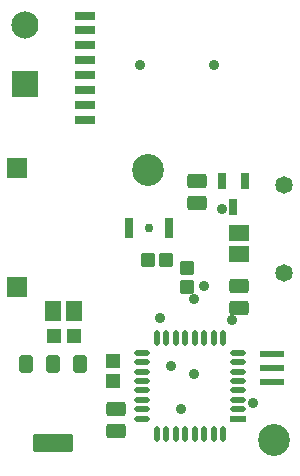
<source format=gbr>
%TF.GenerationSoftware,Altium Limited,Altium Designer,20.0.13 (296)*%
G04 Layer_Color=8388736*
%FSLAX45Y45*%
%MOMM*%
%TF.FileFunction,Soldermask,Top*%
%TF.Part,Single*%
G01*
G75*
%TA.AperFunction,SMDPad,CuDef*%
%ADD10R,1.35523X0.48583*%
G04:AMPARAMS|DCode=11|XSize=1.35523mm|YSize=0.48583mm|CornerRadius=0.24292mm|HoleSize=0mm|Usage=FLASHONLY|Rotation=180.000|XOffset=0mm|YOffset=0mm|HoleType=Round|Shape=RoundedRectangle|*
%AMROUNDEDRECTD11*
21,1,1.35523,0.00000,0,0,180.0*
21,1,0.86940,0.48583,0,0,180.0*
1,1,0.48583,-0.43470,0.00000*
1,1,0.48583,0.43470,0.00000*
1,1,0.48583,0.43470,0.00000*
1,1,0.48583,-0.43470,0.00000*
%
%ADD11ROUNDEDRECTD11*%
G04:AMPARAMS|DCode=12|XSize=0.48583mm|YSize=1.35523mm|CornerRadius=0.24292mm|HoleSize=0mm|Usage=FLASHONLY|Rotation=180.000|XOffset=0mm|YOffset=0mm|HoleType=Round|Shape=RoundedRectangle|*
%AMROUNDEDRECTD12*
21,1,0.48583,0.86940,0,0,180.0*
21,1,0.00000,1.35523,0,0,180.0*
1,1,0.48583,0.00000,0.43470*
1,1,0.48583,0.00000,0.43470*
1,1,0.48583,0.00000,-0.43470*
1,1,0.48583,0.00000,-0.43470*
%
%ADD12ROUNDEDRECTD12*%
%ADD24R,0.80000X1.70000*%
%ADD25C,0.75000*%
%TA.AperFunction,ComponentPad*%
%ADD35C,2.30320*%
%ADD36R,2.30320X2.30320*%
%ADD37C,1.48320*%
%ADD38R,1.70320X1.70320*%
%ADD39R,1.80320X0.80320*%
%TA.AperFunction,ViaPad*%
%ADD40C,2.70320*%
%ADD41C,0.90320*%
%TA.AperFunction,SMDPad,CuDef*%
G04:AMPARAMS|DCode=48|XSize=1.2032mm|YSize=1.6232mm|CornerRadius=0.2266mm|HoleSize=0mm|Usage=FLASHONLY|Rotation=90.000|XOffset=0mm|YOffset=0mm|HoleType=Round|Shape=RoundedRectangle|*
%AMROUNDEDRECTD48*
21,1,1.20320,1.17000,0,0,90.0*
21,1,0.75000,1.62320,0,0,90.0*
1,1,0.45320,0.58500,0.37500*
1,1,0.45320,0.58500,-0.37500*
1,1,0.45320,-0.58500,-0.37500*
1,1,0.45320,-0.58500,0.37500*
%
%ADD48ROUNDEDRECTD48*%
G04:AMPARAMS|DCode=49|XSize=1.1432mm|YSize=1.2232mm|CornerRadius=0.1956mm|HoleSize=0mm|Usage=FLASHONLY|Rotation=180.000|XOffset=0mm|YOffset=0mm|HoleType=Round|Shape=RoundedRectangle|*
%AMROUNDEDRECTD49*
21,1,1.14320,0.83200,0,0,180.0*
21,1,0.75200,1.22320,0,0,180.0*
1,1,0.39120,-0.37600,0.41600*
1,1,0.39120,0.37600,0.41600*
1,1,0.39120,0.37600,-0.41600*
1,1,0.39120,-0.37600,-0.41600*
%
%ADD49ROUNDEDRECTD49*%
G04:AMPARAMS|DCode=50|XSize=1.1432mm|YSize=1.2232mm|CornerRadius=0.1956mm|HoleSize=0mm|Usage=FLASHONLY|Rotation=270.000|XOffset=0mm|YOffset=0mm|HoleType=Round|Shape=RoundedRectangle|*
%AMROUNDEDRECTD50*
21,1,1.14320,0.83200,0,0,270.0*
21,1,0.75200,1.22320,0,0,270.0*
1,1,0.39120,-0.41600,-0.37600*
1,1,0.39120,-0.41600,0.37600*
1,1,0.39120,0.41600,0.37600*
1,1,0.39120,0.41600,-0.37600*
%
%ADD50ROUNDEDRECTD50*%
%ADD51R,1.67320X1.36320*%
%ADD52R,1.36320X1.67320*%
%ADD53R,1.30320X1.20320*%
G04:AMPARAMS|DCode=54|XSize=3.4432mm|YSize=1.5132mm|CornerRadius=0.19985mm|HoleSize=0mm|Usage=FLASHONLY|Rotation=180.000|XOffset=0mm|YOffset=0mm|HoleType=Round|Shape=RoundedRectangle|*
%AMROUNDEDRECTD54*
21,1,3.44320,1.11350,0,0,180.0*
21,1,3.04350,1.51320,0,0,180.0*
1,1,0.39970,-1.52175,0.55675*
1,1,0.39970,1.52175,0.55675*
1,1,0.39970,1.52175,-0.55675*
1,1,0.39970,-1.52175,-0.55675*
%
%ADD54ROUNDEDRECTD54*%
G04:AMPARAMS|DCode=55|XSize=1.1332mm|YSize=1.5132mm|CornerRadius=0.17135mm|HoleSize=0mm|Usage=FLASHONLY|Rotation=180.000|XOffset=0mm|YOffset=0mm|HoleType=Round|Shape=RoundedRectangle|*
%AMROUNDEDRECTD55*
21,1,1.13320,1.17050,0,0,180.0*
21,1,0.79050,1.51320,0,0,180.0*
1,1,0.34270,-0.39525,0.58525*
1,1,0.34270,0.39525,0.58525*
1,1,0.34270,0.39525,-0.58525*
1,1,0.34270,-0.39525,-0.58525*
%
%ADD55ROUNDEDRECTD55*%
%ADD56R,1.20320X1.30320*%
%ADD57R,2.10320X0.60320*%
%ADD58R,0.80320X1.35320*%
D10*
X10529448Y6057301D02*
D03*
D11*
Y6137300D02*
D03*
Y6217300D02*
D03*
Y6297300D02*
D03*
Y6377300D02*
D03*
Y6457300D02*
D03*
Y6537300D02*
D03*
Y6617299D02*
D03*
X9714352D02*
D03*
Y6537300D02*
D03*
Y6457300D02*
D03*
Y6377300D02*
D03*
Y6297300D02*
D03*
Y6217300D02*
D03*
Y6137300D02*
D03*
Y6057301D02*
D03*
D12*
X10401899Y6744848D02*
D03*
X10321900D02*
D03*
X10241900D02*
D03*
X10161900D02*
D03*
X10081900D02*
D03*
X10001900D02*
D03*
X9921900D02*
D03*
X9841901D02*
D03*
Y5929752D02*
D03*
X9921900D02*
D03*
X10001900D02*
D03*
X10081900D02*
D03*
X10161900D02*
D03*
X10241900D02*
D03*
X10321900D02*
D03*
X10401899D02*
D03*
D24*
X9944100Y7676002D02*
D03*
X9604101D02*
D03*
D25*
X9774098D02*
D03*
D35*
X8724900Y9394002D02*
D03*
D36*
Y8893998D02*
D03*
D37*
X10922000Y7289800D02*
D03*
Y8039100D02*
D03*
D38*
X8659998Y7175500D02*
D03*
Y8176900D02*
D03*
D39*
X9232900Y9220200D02*
D03*
Y9093200D02*
D03*
Y8966200D02*
D03*
Y8839200D02*
D03*
Y8712200D02*
D03*
Y8585200D02*
D03*
Y9347220D02*
D03*
Y9471660D02*
D03*
D40*
X10833100Y5880100D02*
D03*
X9766300Y8166100D02*
D03*
D41*
X9702800Y9055100D02*
D03*
X10325100D02*
D03*
X9959340Y6503619D02*
D03*
X10047757Y6138697D02*
D03*
X10482580Y6891020D02*
D03*
X10396220Y7830820D02*
D03*
X10655300Y6192520D02*
D03*
X10241280Y7180097D02*
D03*
X10154920Y7073351D02*
D03*
Y6438900D02*
D03*
X9870440Y6908800D02*
D03*
D48*
X9499600Y6138697D02*
D03*
Y5951698D02*
D03*
X10541000Y7180097D02*
D03*
Y6993098D02*
D03*
X10185400Y8069102D02*
D03*
Y7882103D02*
D03*
D49*
X9763501Y7404100D02*
D03*
X9921499D02*
D03*
D50*
X10099924Y7173006D02*
D03*
Y7331004D02*
D03*
D51*
X10541000Y7455799D02*
D03*
Y7631801D02*
D03*
D52*
X8967099Y6972300D02*
D03*
X9143101D02*
D03*
D53*
X8970101Y6756400D02*
D03*
X9140099D02*
D03*
D54*
X8966200Y5850402D02*
D03*
D55*
X8737199Y6519398D02*
D03*
X8966200D02*
D03*
X9195201D02*
D03*
D56*
X9474200Y6379301D02*
D03*
Y6549304D02*
D03*
D57*
X10820400Y6609700D02*
D03*
Y6369700D02*
D03*
Y6489700D02*
D03*
D58*
X10585201Y8073598D02*
D03*
X10395199D02*
D03*
X10490200Y7848600D02*
D03*
%TF.MD5,195662e505c855f24320592c465840eb*%
M02*

</source>
